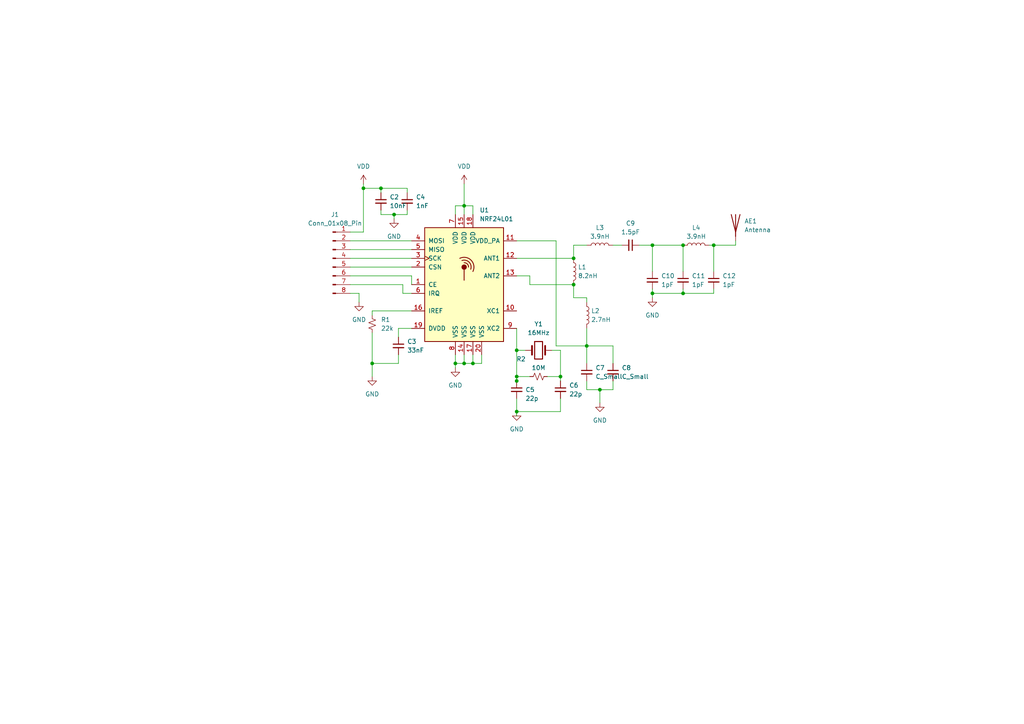
<source format=kicad_sch>
(kicad_sch (version 20230121) (generator eeschema)
  (paper "A4")
  (lib_symbols
    (symbol "Connector:Conn_01x08_Pin" (pin_names (offset 1.016) hide)
      (property "Reference" "J" (at 0 10.16 0))
      (property "Value" "Conn_01x08_Pin" (at 0 -12.7 0))
      (symbol "Conn_01x08_Pin_1_1"
        (polyline (pts (xy 1.27 -10.16) (xy 0.8636 -10.16)) (stroke (width 0.1524)))
        (polyline (pts (xy 1.27 -7.62) (xy 0.8636 -7.62)) (stroke (width 0.1524)))
        (polyline (pts (xy 1.27 -5.08) (xy 0.8636 -5.08)) (stroke (width 0.1524)))
        (polyline (pts (xy 1.27 -2.54) (xy 0.8636 -2.54)) (stroke (width 0.1524)))
        (polyline (pts (xy 1.27 0) (xy 0.8636 0)) (stroke (width 0.1524)))
        (polyline (pts (xy 1.27 2.54) (xy 0.8636 2.54)) (stroke (width 0.1524)))
        (polyline (pts (xy 1.27 5.08) (xy 0.8636 5.08)) (stroke (width 0.1524)))
        (polyline (pts (xy 1.27 7.62) (xy 0.8636 7.62)) (stroke (width 0.1524)))
        (rectangle (start 0.8636 -10.033) (end 0 -10.287) (stroke (width 0.1524)) (fill (type outline)))
        (rectangle (start 0.8636 -7.493) (end 0 -7.747) (stroke (width 0.1524)) (fill (type outline)))
        (rectangle (start 0.8636 -4.953) (end 0 -5.207) (stroke (width 0.1524)) (fill (type outline)))
        (rectangle (start 0.8636 -2.413) (end 0 -2.667) (stroke (width 0.1524)) (fill (type outline)))
        (rectangle (start 0.8636 0.127) (end 0 -0.127) (stroke (width 0.1524)) (fill (type outline)))
        (rectangle (start 0.8636 2.667) (end 0 2.413) (stroke (width 0.1524)) (fill (type outline)))
        (rectangle (start 0.8636 5.207) (end 0 4.953) (stroke (width 0.1524)) (fill (type outline)))
        (rectangle (start 0.8636 7.747) (end 0 7.493) (stroke (width 0.1524)) (fill (type outline)))
        (pin passive line (at 5.08 7.62 180) (length 3.81) (name "Pin_1") (number "1"))
        (pin passive line (at 5.08 5.08 180) (length 3.81) (name "Pin_2") (number "2"))
        (pin passive line (at 5.08 2.54 180) (length 3.81) (name "Pin_3") (number "3"))
        (pin passive line (at 5.08 0 180) (length 3.81) (name "Pin_4") (number "4"))
        (pin passive line (at 5.08 -2.54 180) (length 3.81) (name "Pin_5") (number "5"))
        (pin passive line (at 5.08 -5.08 180) (length 3.81) (name "Pin_6") (number "6"))
        (pin passive line (at 5.08 -7.62 180) (length 3.81) (name "Pin_7") (number "7"))
        (pin passive line (at 5.08 -10.16 180) (length 3.81) (name "Pin_8") (number "8"))
      )
    )
    (symbol "Device:Antenna" (pin_numbers hide) (pin_names (offset 1.016) hide)
      (property "Reference" "AE" (at -1.905 1.905 0))
      (property "Value" "Antenna" (at -1.905 0 0))
      (symbol "Antenna_0_1"
        (polyline (pts (xy 0 2.54) (xy 0 -3.81)) (stroke (width 0.254)))
        (polyline (pts (xy 1.27 2.54) (xy 0 -2.54) (xy -1.27 2.54)) (stroke (width 0.254)))
      )
      (symbol "Antenna_1_1"
        (pin input line (at 0 -5.08 90) (length 2.54) (name "A") (number "1"))
      )
    )
    (symbol "Device:C_Small" (pin_numbers hide) (pin_names (offset 0.254) hide)
      (property "Reference" "C" (at 0.254 1.778 0))
      (property "Value" "C_Small" (at 0.254 -2.032 0))
      (symbol "C_Small_0_1"
        (polyline (pts (xy -1.524 -0.508) (xy 1.524 -0.508)) (stroke (width 0.3302)))
        (polyline (pts (xy -1.524 0.508) (xy 1.524 0.508)) (stroke (width 0.3048)))
      )
      (symbol "C_Small_1_1"
        (pin passive line (at 0 2.54 270) (length 2.032) (name "~") (number "1"))
        (pin passive line (at 0 -2.54 90) (length 2.032) (name "~") (number "2"))
      )
    )
    (symbol "Device:Crystal" (pin_numbers hide) (pin_names (offset 1.016) hide)
      (property "Reference" "Y" (at 0 3.81 0))
      (property "Value" "Crystal" (at 0 -3.81 0))
      (symbol "Crystal_0_1"
        (rectangle (start -1.143 2.54) (end 1.143 -2.54) (stroke (width 0.3048)))
        (polyline (pts (xy -2.54 0) (xy -1.905 0)))
        (polyline (pts (xy -1.905 -1.27) (xy -1.905 1.27)) (stroke (width 0.508)))
        (polyline (pts (xy 1.905 -1.27) (xy 1.905 1.27)) (stroke (width 0.508)))
        (polyline (pts (xy 2.54 0) (xy 1.905 0)))
      )
      (symbol "Crystal_1_1"
        (pin passive line (at -3.81 0 0) (length 1.27) (name "1") (number "1"))
        (pin passive line (at 3.81 0 180) (length 1.27) (name "2") (number "2"))
      )
    )
    (symbol "Device:L" (pin_numbers hide) (pin_names (offset 1.016) hide)
      (property "Reference" "L" (at -1.27 0 90))
      (property "Value" "L" (at 1.905 0 90))
      (symbol "L_0_1"
        (arc (start 0 -2.54) (mid 0.6323 -1.905) (end 0 -1.27))
        (arc (start 0 -1.27) (mid 0.6323 -0.635) (end 0 0))
        (arc (start 0 0) (mid 0.6323 0.635) (end 0 1.27))
        (arc (start 0 1.27) (mid 0.6323 1.905) (end 0 2.54))
      )
      (symbol "L_1_1"
        (pin passive line (at 0 3.81 270) (length 1.27) (name "1") (number "1"))
        (pin passive line (at 0 -3.81 90) (length 1.27) (name "2") (number "2"))
      )
    )
    (symbol "Device:R_Small_US" (pin_numbers hide) (pin_names (offset 0.254) hide)
      (property "Reference" "R" (at 0.762 0.508 0))
      (property "Value" "R_Small_US" (at 0.762 -1.016 0))
      (symbol "R_Small_US_1_1"
        (polyline (pts (xy 0 0) (xy 1.016 -0.381) (xy 0 -0.762) (xy -1.016 -1.143) (xy 0 -1.524)))
        (polyline (pts (xy 0 1.524) (xy 1.016 1.143) (xy 0 0.762) (xy -1.016 0.381) (xy 0 0)))
        (pin passive line (at 0 2.54 270) (length 1.016) (name "~") (number "1"))
        (pin passive line (at 0 -2.54 90) (length 1.016) (name "~") (number "2"))
      )
    )
    (symbol "RF:NRF24L01" (pin_names (offset 1.016))
      (property "Reference" "U" (at -11.43 17.78 0))
      (property "Value" "NRF24L01" (at 5.08 17.78 0))
      (symbol "NRF24L01_0_1"
        (rectangle (start -11.43 16.51) (end 11.43 -16.51) (stroke (width 0.254)) (fill (type background)))
        (polyline (pts (xy 0 4.445) (xy 0 1.27)) (stroke (width 0.254)))
        (circle (center 0 5.08) (radius 0.635) (stroke (width 0.254)) (fill (type outline)))
        (arc (start 1.27 5.08) (mid 0.9071 5.9946) (end 0 6.35) (stroke (width 0.254)))
        (arc (start 1.905 4.445) (mid 1.4313 6.5254) (end -0.635 6.985) (stroke (width 0.254)))
        (arc (start 2.54 3.81) (mid 2.008 7.088) (end -1.27 7.62) (stroke (width 0.254)))
        (rectangle (start 11.43 -13.97) (end 11.43 -13.97))
      )
      (symbol "NRF24L01_1_1"
        (pin input line (at -15.24 0 0) (length 3.81) (name "CE") (number "1"))
        (pin passive line (at 15.24 -7.62 180) (length 3.81) (name "XC1") (number "10"))
        (pin power_out line (at 15.24 12.7 180) (length 3.81) (name "VDD_PA") (number "11"))
        (pin passive line (at 15.24 7.62 180) (length 3.81) (name "ANT1") (number "12"))
        (pin passive line (at 15.24 2.54 180) (length 3.81) (name "ANT2") (number "13"))
        (pin power_in line (at 0 -20.32 90) (length 3.81) (name "VSS") (number "14"))
        (pin power_in line (at 0 20.32 270) (length 3.81) (name "VDD") (number "15"))
        (pin passive line (at -15.24 -7.62 0) (length 3.81) (name "IREF") (number "16"))
        (pin power_in line (at 2.54 -20.32 90) (length 3.81) (name "VSS") (number "17"))
        (pin power_in line (at 2.54 20.32 270) (length 3.81) (name "VDD") (number "18"))
        (pin power_out line (at -15.24 -12.7 0) (length 3.81) (name "DVDD") (number "19"))
        (pin input line (at -15.24 5.08 0) (length 3.81) (name "CSN") (number "2"))
        (pin power_in line (at 5.08 -20.32 90) (length 3.81) (name "VSS") (number "20"))
        (pin input clock (at -15.24 7.62 0) (length 3.81) (name "SCK") (number "3"))
        (pin input line (at -15.24 12.7 0) (length 3.81) (name "MOSI") (number "4"))
        (pin output line (at -15.24 10.16 0) (length 3.81) (name "MISO") (number "5"))
        (pin output line (at -15.24 -2.54 0) (length 3.81) (name "IRQ") (number "6"))
        (pin power_in line (at -2.54 20.32 270) (length 3.81) (name "VDD") (number "7"))
        (pin power_in line (at -2.54 -20.32 90) (length 3.81) (name "VSS") (number "8"))
        (pin passive line (at 15.24 -12.7 180) (length 3.81) (name "XC2") (number "9"))
      )
    )
    (symbol "power:GND" (power) (pin_names (offset 0))
      (property "Value" "GND" (at 0 -3.81 0))
      (symbol "GND_0_1"
        (polyline (pts (xy 0 0) (xy 0 -1.27) (xy 1.27 -1.27) (xy 0 -2.54) (xy -1.27 -1.27) (xy 0 -1.27)))
      )
      (symbol "GND_1_1"
        (pin power_in line (at 0 0 270) (length 0) hide (name "GND") (number "1"))
      )
    )
    (symbol "power:VDD" (power) (pin_names (offset 0))
      (property "Value" "VDD" (at 0 3.81 0))
      (symbol "VDD_0_1"
        (polyline (pts (xy -0.762 1.27) (xy 0 2.54)))
        (polyline (pts (xy 0 0) (xy 0 2.54)))
        (polyline (pts (xy 0 2.54) (xy 0.762 1.27)))
      )
      (symbol "VDD_1_1"
        (pin power_in line (at 0 0 90) (length 0) hide (name "VDD") (number "1"))
      )
    )
  )
  (junction (at 198.12 71.12))
  (junction (at 189.23 71.12))
  (junction (at 149.86 110.49))
  (junction (at 166.37 74.93))
  (junction (at 137.16 105.41))
  (junction (at 110.49 54.61))
  (junction (at 149.86 101.6))
  (junction (at 207.01 71.12))
  (junction (at 198.12 85.09))
  (junction (at 114.3 62.23))
  (junction (at 107.95 105.41))
  (junction (at 105.41 54.61))
  (junction (at 189.23 85.09))
  (junction (at 134.62 105.41))
  (junction (at 162.56 109.22))
  (junction (at 170.18 100.33))
  (junction (at 166.37 82.55))
  (junction (at 173.99 113.03))
  (junction (at 149.86 119.38))
  (junction (at 149.86 109.22))
  (junction (at 134.62 59.69))
  (junction (at 132.08 105.41))
  (wire (pts (xy 173.99 113.03) (xy 173.99 116.84)))
  (wire (pts (xy 162.56 101.6) (xy 162.56 109.22)))
  (wire (pts (xy 177.8 113.03) (xy 173.99 113.03)))
  (wire (pts (xy 107.95 96.52) (xy 107.95 105.41)))
  (wire (pts (xy 160.02 101.6) (xy 162.56 101.6)))
  (wire (pts (xy 166.37 71.12) (xy 166.37 74.93)))
  (wire (pts (xy 134.62 53.34) (xy 134.62 59.69)))
  (wire (pts (xy 116.84 85.09) (xy 119.38 85.09)))
  (wire (pts (xy 115.57 95.25) (xy 119.38 95.25)))
  (wire (pts (xy 105.41 54.61) (xy 105.41 53.34)))
  (wire (pts (xy 149.86 120.65) (xy 149.86 119.38)))
  (wire (pts (xy 198.12 85.09) (xy 189.23 85.09)))
  (wire (pts (xy 101.6 69.85) (xy 119.38 69.85)))
  (wire (pts (xy 118.11 55.88) (xy 118.11 54.61)))
  (wire (pts (xy 132.08 59.69) (xy 134.62 59.69)))
  (wire (pts (xy 162.56 109.22) (xy 162.56 110.49)))
  (wire (pts (xy 166.37 86.36) (xy 166.37 82.55)))
  (wire (pts (xy 118.11 62.23) (xy 114.3 62.23)))
  (wire (pts (xy 170.18 100.33) (xy 170.18 105.41)))
  (wire (pts (xy 134.62 102.87) (xy 134.62 105.41)))
  (wire (pts (xy 189.23 71.12) (xy 189.23 78.74)))
  (wire (pts (xy 149.86 115.57) (xy 149.86 119.38)))
  (wire (pts (xy 101.6 72.39) (xy 119.38 72.39)))
  (wire (pts (xy 110.49 62.23) (xy 114.3 62.23)))
  (wire (pts (xy 189.23 83.82) (xy 189.23 85.09)))
  (wire (pts (xy 198.12 83.82) (xy 198.12 85.09)))
  (wire (pts (xy 158.75 109.22) (xy 162.56 109.22)))
  (wire (pts (xy 101.6 74.93) (xy 119.38 74.93)))
  (wire (pts (xy 137.16 105.41) (xy 134.62 105.41)))
  (wire (pts (xy 101.6 77.47) (xy 119.38 77.47)))
  (wire (pts (xy 153.67 80.01) (xy 153.67 82.55)))
  (wire (pts (xy 162.56 119.38) (xy 149.86 119.38)))
  (wire (pts (xy 137.16 59.69) (xy 134.62 59.69)))
  (wire (pts (xy 107.95 91.44) (xy 107.95 90.17)))
  (wire (pts (xy 213.36 71.12) (xy 207.01 71.12)))
  (wire (pts (xy 101.6 82.55) (xy 116.84 82.55)))
  (wire (pts (xy 114.3 62.23) (xy 114.3 63.5)))
  (wire (pts (xy 177.8 105.41) (xy 177.8 100.33)))
  (wire (pts (xy 104.14 85.09) (xy 104.14 87.63)))
  (wire (pts (xy 170.18 113.03) (xy 173.99 113.03)))
  (wire (pts (xy 207.01 71.12) (xy 207.01 78.74)))
  (wire (pts (xy 134.62 59.69) (xy 134.62 62.23)))
  (wire (pts (xy 115.57 105.41) (xy 107.95 105.41)))
  (wire (pts (xy 132.08 62.23) (xy 132.08 59.69)))
  (wire (pts (xy 205.74 71.12) (xy 207.01 71.12)))
  (wire (pts (xy 177.8 110.49) (xy 177.8 113.03)))
  (wire (pts (xy 137.16 102.87) (xy 137.16 105.41)))
  (wire (pts (xy 107.95 105.41) (xy 107.95 109.22)))
  (wire (pts (xy 137.16 62.23) (xy 137.16 59.69)))
  (wire (pts (xy 101.6 80.01) (xy 119.38 80.01)))
  (wire (pts (xy 213.36 69.85) (xy 213.36 71.12)))
  (wire (pts (xy 162.56 115.57) (xy 162.56 119.38)))
  (wire (pts (xy 134.62 105.41) (xy 132.08 105.41)))
  (wire (pts (xy 149.86 101.6) (xy 152.4 101.6)))
  (wire (pts (xy 149.86 74.93) (xy 166.37 74.93)))
  (wire (pts (xy 116.84 82.55) (xy 116.84 85.09)))
  (wire (pts (xy 101.6 67.31) (xy 105.41 67.31)))
  (wire (pts (xy 149.86 69.85) (xy 161.29 69.85)))
  (wire (pts (xy 198.12 71.12) (xy 198.12 78.74)))
  (wire (pts (xy 139.7 105.41) (xy 137.16 105.41)))
  (wire (pts (xy 115.57 97.79) (xy 115.57 95.25)))
  (wire (pts (xy 119.38 80.01) (xy 119.38 82.55)))
  (wire (pts (xy 110.49 60.96) (xy 110.49 62.23)))
  (wire (pts (xy 207.01 85.09) (xy 198.12 85.09)))
  (wire (pts (xy 139.7 102.87) (xy 139.7 105.41)))
  (wire (pts (xy 149.86 101.6) (xy 149.86 109.22)))
  (wire (pts (xy 189.23 85.09) (xy 189.23 86.36)))
  (wire (pts (xy 207.01 83.82) (xy 207.01 85.09)))
  (wire (pts (xy 153.67 82.55) (xy 166.37 82.55)))
  (wire (pts (xy 170.18 110.49) (xy 170.18 113.03)))
  (wire (pts (xy 177.8 100.33) (xy 170.18 100.33)))
  (wire (pts (xy 170.18 71.12) (xy 166.37 71.12)))
  (wire (pts (xy 149.86 80.01) (xy 153.67 80.01)))
  (wire (pts (xy 185.42 71.12) (xy 189.23 71.12)))
  (wire (pts (xy 132.08 105.41) (xy 132.08 106.68)))
  (wire (pts (xy 189.23 71.12) (xy 198.12 71.12)))
  (wire (pts (xy 101.6 85.09) (xy 104.14 85.09)))
  (wire (pts (xy 161.29 69.85) (xy 161.29 100.33)))
  (wire (pts (xy 110.49 54.61) (xy 110.49 55.88)))
  (wire (pts (xy 118.11 60.96) (xy 118.11 62.23)))
  (wire (pts (xy 118.11 54.61) (xy 110.49 54.61)))
  (wire (pts (xy 110.49 54.61) (xy 105.41 54.61)))
  (wire (pts (xy 149.86 109.22) (xy 153.67 109.22)))
  (wire (pts (xy 170.18 86.36) (xy 170.18 87.63)))
  (wire (pts (xy 149.86 109.22) (xy 149.86 110.49)))
  (wire (pts (xy 170.18 86.36) (xy 166.37 86.36)))
  (wire (pts (xy 161.29 100.33) (xy 170.18 100.33)))
  (wire (pts (xy 132.08 102.87) (xy 132.08 105.41)))
  (wire (pts (xy 115.57 102.87) (xy 115.57 105.41)))
  (wire (pts (xy 105.41 67.31) (xy 105.41 54.61)))
  (wire (pts (xy 177.8 71.12) (xy 180.34 71.12)))
  (wire (pts (xy 107.95 90.17) (xy 119.38 90.17)))
  (wire (pts (xy 149.86 111.76) (xy 149.86 110.49)))
  (wire (pts (xy 149.86 95.25) (xy 149.86 101.6)))
  (wire (pts (xy 170.18 95.25) (xy 170.18 100.33)))
  (symbol (lib_id "power:GND") (at 114.3 63.5 0) (unit 1)
    (property "Reference" "#PWR04" (effects hide))
    (property "Value" "GND" (at 114.3 68.58 0))
  )
  (symbol (lib_id "Device:C_Small") (at 118.11 58.42 0) (unit 1)
    (property "Reference" "C4" (at 120.65 57.1563 0) (effects (justify left)))
    (property "Value" "1nF" (at 120.65 59.6963 0) (effects (justify left)))
    (property "Footprint" "Capacitor_SMD:C_0402_1005Metric" (effects hide))
  )
  (symbol (lib_id "power:VDD") (at 134.62 53.34 0) (unit 1)
    (property "Reference" "#PWR06" (effects hide))
    (property "Value" "VDD" (at 134.62 48.26 0))
  )
  (symbol (lib_id "Device:C_Small") (at 198.12 81.28 0) (unit 1)
    (property "Reference" "C11" (at 200.66 80.0163 0) (effects (justify left)))
    (property "Value" "1pF" (at 200.66 82.5563 0) (effects (justify left)))
    (property "Footprint" "Capacitor_SMD:C_0402_1005Metric" (effects hide))
  )
  (symbol (lib_id "Device:L") (at 201.93 71.12 90) (unit 1)
    (property "Reference" "L4" (at 201.93 66.04 90))
    (property "Value" "3.9nH" (at 201.93 68.58 90))
    (property "Footprint" "Inductor_SMD:L_0402_1005Metric" (effects hide))
  )
  (symbol (lib_id "Device:C_Small") (at 110.49 58.42 0) (unit 1)
    (property "Reference" "C2" (at 113.03 57.1563 0) (effects (justify left)))
    (property "Value" "10nF" (at 113.03 59.6963 0) (effects (justify left)))
    (property "Footprint" "Capacitor_SMD:C_0402_1005Metric" (effects hide))
  )
  (symbol (lib_id "Device:C_Small") (at 170.18 107.95 0) (unit 1)
    (property "Reference" "C7" (at 172.72 106.6863 0) (effects (justify left)))
    (property "Value" "C_Small" (at 172.72 109.2263 0) (effects (justify left)))
    (property "Footprint" "Capacitor_SMD:C_0402_1005Metric" (effects hide))
  )
  (symbol (lib_id "Device:R_Small_US") (at 156.21 109.22 90) (unit 1)
    (property "Reference" "R2" (at 151.13 104.14 90))
    (property "Value" "10M" (at 156.21 106.68 90))
    (property "Footprint" "Resistor_SMD:R_0402_1005Metric" (effects hide))
  )
  (symbol (lib_id "Device:L") (at 170.18 91.44 0) (unit 1)
    (property "Reference" "L2" (at 171.45 90.17 0) (effects (justify left)))
    (property "Value" "2.7nH" (at 171.45 92.71 0) (effects (justify left)))
    (property "Footprint" "Inductor_SMD:L_0402_1005Metric" (effects hide))
  )
  (symbol (lib_id "Device:L") (at 166.37 78.74 0) (unit 1)
    (property "Reference" "L1" (at 167.64 77.47 0) (effects (justify left)))
    (property "Value" "8.2nH" (at 167.64 80.01 0) (effects (justify left)))
    (property "Footprint" "Inductor_SMD:L_0402_1005Metric" (effects hide))
  )
  (symbol (lib_id "Device:L") (at 173.99 71.12 90) (unit 1)
    (property "Reference" "L3" (at 173.99 66.04 90))
    (property "Value" "3.9nH" (at 173.99 68.58 90))
    (property "Footprint" "Inductor_SMD:L_0402_1005Metric" (effects hide))
  )
  (symbol (lib_id "Device:Antenna") (at 213.36 64.77 0) (unit 1)
    (property "Reference" "AE1" (at 215.9 64.135 0) (effects (justify left)))
    (property "Value" "Antenna" (at 215.9 66.675 0) (effects (justify left)))
    (property "Footprint" "RF_Antenna:Texas_SWRA117D_2.4GHz_Right" (effects hide))
  )
  (symbol (lib_id "Device:C_Small") (at 162.56 113.03 0) (unit 1)
    (property "Reference" "C6" (at 165.1 111.7663 0) (effects (justify left)))
    (property "Value" "22p" (at 165.1 114.3063 0) (effects (justify left)))
    (property "Footprint" "Capacitor_SMD:C_0402_1005Metric" (effects hide))
  )
  (symbol (lib_id "power:GND") (at 173.99 116.84 0) (unit 1)
    (property "Reference" "#PWR08" (effects hide))
    (property "Value" "GND" (at 173.99 121.92 0))
  )
  (symbol (lib_id "Device:C_Small") (at 115.57 100.33 0) (unit 1)
    (property "Reference" "C3" (at 118.11 99.0663 0) (effects (justify left)))
    (property "Value" "33nF" (at 118.11 101.6063 0) (effects (justify left)))
    (property "Footprint" "Capacitor_SMD:C_0402_1005Metric" (effects hide))
  )
  (symbol (lib_id "power:GND") (at 104.14 87.63 0) (unit 1)
    (property "Reference" "#PWR01" (effects hide))
    (property "Value" "GND" (at 104.14 92.71 0))
  )
  (symbol (lib_id "Connector:Conn_01x08_Pin") (at 96.52 74.93 0) (unit 1)
    (property "Reference" "J1" (at 97.155 62.23 0))
    (property "Value" "Conn_01x08_Pin" (at 97.155 64.77 0))
    (property "Footprint" "Connector_Hirose:Hirose_DF13-08P-1.25DSA_1x08_P1.25mm_Vertical" (effects hide))
  )
  (symbol (lib_id "Device:R_Small_US") (at 107.95 93.98 0) (unit 1)
    (property "Reference" "R1" (at 110.49 92.71 0) (effects (justify left)))
    (property "Value" "22k" (at 110.49 95.25 0) (effects (justify left)))
    (property "Footprint" "Resistor_SMD:R_0402_1005Metric" (effects hide))
  )
  (symbol (lib_id "power:VDD") (at 105.41 53.34 0) (unit 1)
    (property "Reference" "#PWR02" (effects hide))
    (property "Value" "VDD" (at 105.41 48.26 0))
  )
  (symbol (lib_id "power:GND") (at 107.95 109.22 0) (unit 1)
    (property "Reference" "#PWR03" (effects hide))
    (property "Value" "GND" (at 107.95 114.3 0))
  )
  (symbol (lib_id "Device:C_Small") (at 177.8 107.95 0) (unit 1)
    (property "Reference" "C8" (at 180.34 106.6863 0) (effects (justify left)))
    (property "Value" "C_Small" (at 180.34 109.2263 0) (effects (justify left)))
    (property "Footprint" "Capacitor_SMD:C_0402_1005Metric" (effects hide))
  )
  (symbol (lib_id "Device:C_Small") (at 149.86 113.03 0) (unit 1)
    (property "Reference" "C5" (at 152.4 113.0363 0) (effects (justify left)))
    (property "Value" "22p" (at 152.4 115.5763 0) (effects (justify left)))
    (property "Footprint" "Capacitor_SMD:C_0402_1005Metric" (effects hide))
  )
  (symbol (lib_id "power:GND") (at 189.23 86.36 0) (unit 1)
    (property "Reference" "#PWR09" (effects hide))
    (property "Value" "GND" (at 189.23 91.44 0))
  )
  (symbol (lib_id "power:GND") (at 149.86 119.38 0) (unit 1)
    (property "Reference" "#PWR07" (effects hide))
    (property "Value" "GND" (at 149.86 124.46 0))
  )
  (symbol (lib_id "Device:C_Small") (at 182.88 71.12 270) (unit 1)
    (property "Reference" "C9" (at 182.8736 64.77 90))
    (property "Value" "1.5pF" (at 182.8736 67.31 90))
    (property "Footprint" "Capacitor_SMD:C_0402_1005Metric" (effects hide))
  )
  (symbol (lib_id "RF:NRF24L01") (at 134.62 82.55 0) (unit 1)
    (property "Reference" "U1" (at 139.1159 60.96 0) (effects (justify left)))
    (property "Value" "NRF24L01" (at 139.1159 63.5 0) (effects (justify left)))
    (property "Footprint" "Package_DFN_QFN:QFN-20-1EP_4x4mm_P0.5mm_EP2.5x2.5mm" (effects hide))
    (property "Datasheet" "http://www.nordicsemi.com/eng/content/download/2730/34105/file/nRF24L01_Product_Specification_v2_0.pdf" (effects hide))
  )
  (symbol (lib_id "power:GND") (at 132.08 106.68 0) (unit 1)
    (property "Reference" "#PWR05" (effects hide))
    (property "Value" "GND" (at 132.08 111.76 0))
  )
  (symbol (lib_id "Device:C_Small") (at 189.23 81.28 0) (unit 1)
    (property "Reference" "C10" (at 191.77 80.0163 0) (effects (justify left)))
    (property "Value" "1pF" (at 191.77 82.5563 0) (effects (justify left)))
    (property "Footprint" "Capacitor_SMD:C_0402_1005Metric" (effects hide))
  )
  (symbol (lib_id "Device:Crystal") (at 156.21 101.6 0) (unit 1)
    (property "Reference" "Y1" (at 156.21 93.98 0))
    (property "Value" "16MHz" (at 156.21 96.52 0))
    (property "Footprint" "Crystal:Crystal_SMD_3215-2Pin_3.2x1.5mm" (effects hide))
  )
  (symbol (lib_id "Device:C_Small") (at 207.01 81.28 0) (unit 1)
    (property "Reference" "C12" (at 209.55 80.0163 0) (effects (justify left)))
    (property "Value" "1pF" (at 209.55 82.5563 0) (effects (justify left)))
    (property "Footprint" "Capacitor_SMD:C_0402_1005Metric" (effects hide))
  )
)
</source>
